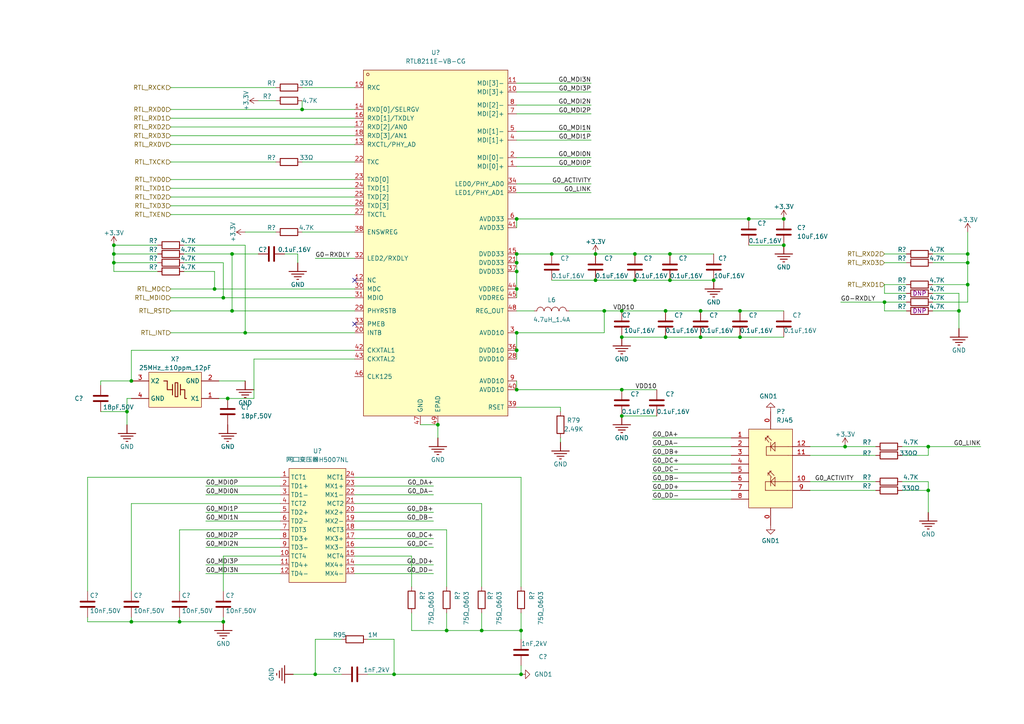
<source format=kicad_sch>
(kicad_sch (version 20230121) (generator eeschema)
  (paper "A4")
  (title_block (title "HPM5E00EVK") (date "2024-04-06") (rev "RevB") (comment 1 "ETH_RGMII"))
  (junction (at 149.86 63.5))
  (junction (at 175.26 90.17))
  (junction (at 207.01 81.28))
  (junction (at 184.15 81.28))
  (junction (at 38.1 110.49))
  (junction (at 149.86 78.74))
  (junction (at 203.2 90.17))
  (junction (at 127 123.19))
  (junction (at 193.04 97.79))
  (junction (at 172.72 73.66))
  (junction (at 149.86 73.66))
  (junction (at 149.86 96.52))
  (junction (at 151.13 182.88))
  (junction (at 269.24 142.24))
  (junction (at 87.63 31.75))
  (junction (at 62.23 83.82))
  (junction (at 227.33 71.12))
  (junction (at 180.34 90.17))
  (junction (at 67.31 90.17))
  (junction (at 160.02 73.66))
  (junction (at 91.44 195.58))
  (junction (at 172.72 81.28))
  (junction (at 151.13 195.58))
  (junction (at 203.2 97.79))
  (junction (at 193.04 90.17))
  (junction (at 184.15 73.66))
  (junction (at 38.1 180.34))
  (junction (at 214.63 97.79))
  (junction (at 269.24 129.54))
  (junction (at 149.86 83.82))
  (junction (at 67.31 73.66))
  (junction (at 129.54 182.88))
  (junction (at 114.3 195.58))
  (junction (at 217.17 63.5))
  (junction (at 71.12 96.52))
  (junction (at 227.33 63.5))
  (junction (at 33.02 76.2))
  (junction (at 214.63 90.17))
  (junction (at 180.34 113.03))
  (junction (at 194.31 81.28))
  (junction (at 278.13 90.17))
  (junction (at 256.54 87.63))
  (junction (at 280.67 82.55))
  (junction (at 149.86 76.2))
  (junction (at 64.77 180.34))
  (junction (at 149.86 101.6))
  (junction (at 245.11 129.54))
  (junction (at 139.7 182.88))
  (junction (at 52.07 180.34))
  (junction (at 149.86 113.03))
  (junction (at 180.34 97.79))
  (junction (at 66.04 115.57))
  (junction (at 64.77 86.36))
  (junction (at 33.02 73.66))
  (junction (at 280.67 73.66))
  (junction (at 33.02 71.12))
  (junction (at 36.83 119.38))
  (junction (at 180.34 120.65))
  (junction (at 194.31 73.66))
  (junction (at 280.67 76.2))
  (no_connect (at 102.87 93.98))
  (no_connect (at 102.87 81.28))
  (wire (pts (xy 149.86 63.5) (xy 217.17 63.5)))
  (wire (pts (xy 180.34 113.03) (xy 190.5 113.03)))
  (wire (pts (xy 91.44 185.42) (xy 91.44 195.58)))
  (wire (pts (xy 52.07 180.34) (xy 64.77 180.34)))
  (wire (pts (xy 245.11 129.54) (xy 254 129.54)))
  (wire (pts (xy 149.86 78.74) (xy 149.86 83.82)))
  (wire (pts (xy 189.23 137.16) (xy 212.09 137.16)))
  (wire (pts (xy 81.28 161.29) (xy 64.77 161.29)))
  (wire (pts (xy 189.23 144.78) (xy 212.09 144.78)))
  (wire (pts (xy 82.55 73.66) (xy 86.36 73.66)))
  (wire (pts (xy 280.67 82.55) (xy 280.67 87.63)))
  (wire (pts (xy 125.73 143.51) (xy 102.87 143.51)))
  (wire (pts (xy 36.83 119.38) (xy 36.83 123.19)))
  (wire (pts (xy 189.23 129.54) (xy 212.09 129.54)))
  (wire (pts (xy 38.1 115.57) (xy 36.83 115.57)))
  (wire (pts (xy 256.54 87.63) (xy 256.54 90.17)))
  (wire (pts (xy 63.5 110.49) (xy 71.12 110.49)))
  (wire (pts (xy 129.54 177.8) (xy 129.54 182.88)))
  (wire (pts (xy 149.86 48.26) (xy 171.45 48.26)))
  (wire (pts (xy 53.34 73.66) (xy 67.31 73.66)))
  (wire (pts (xy 139.7 177.8) (xy 139.7 182.88)))
  (wire (pts (xy 149.86 90.17) (xy 154.94 90.17)))
  (wire (pts (xy 86.36 73.66) (xy 86.36 76.2)))
  (wire (pts (xy 52.07 179.07) (xy 52.07 180.34)))
  (wire (pts (xy 256.54 82.55) (xy 262.89 82.55)))
  (wire (pts (xy 125.73 156.21) (xy 102.87 156.21)))
  (wire (pts (xy 64.77 86.36) (xy 102.87 86.36)))
  (wire (pts (xy 102.87 138.43) (xy 151.13 138.43)))
  (wire (pts (xy 149.86 101.6) (xy 149.86 104.14)))
  (wire (pts (xy 114.3 185.42) (xy 114.3 195.58)))
  (wire (pts (xy 81.28 158.75) (xy 59.69 158.75)))
  (wire (pts (xy 184.15 73.66) (xy 194.31 73.66)))
  (wire (pts (xy 64.77 161.29) (xy 64.77 171.45)))
  (wire (pts (xy 189.23 134.62) (xy 212.09 134.62)))
  (wire (pts (xy 129.54 182.88) (xy 139.7 182.88)))
  (wire (pts (xy 25.4 180.34) (xy 38.1 180.34)))
  (wire (pts (xy 149.86 113.03) (xy 180.34 113.03)))
  (wire (pts (xy 81.28 138.43) (xy 25.4 138.43)))
  (wire (pts (xy 25.4 138.43) (xy 25.4 171.45)))
  (wire (pts (xy 102.87 153.67) (xy 129.54 153.67)))
  (wire (pts (xy 149.86 38.1) (xy 171.45 38.1)))
  (wire (pts (xy 49.53 39.37) (xy 102.87 39.37)))
  (wire (pts (xy 81.28 148.59) (xy 59.69 148.59)))
  (wire (pts (xy 87.63 46.99) (xy 102.87 46.99)))
  (wire (pts (xy 53.34 76.2) (xy 64.77 76.2)))
  (wire (pts (xy 87.63 25.4) (xy 102.87 25.4)))
  (wire (pts (xy 151.13 177.8) (xy 151.13 182.88)))
  (wire (pts (xy 165.1 90.17) (xy 175.26 90.17)))
  (wire (pts (xy 33.02 71.12) (xy 45.72 71.12)))
  (wire (pts (xy 256.54 85.09) (xy 262.89 85.09)))
  (wire (pts (xy 49.53 83.82) (xy 62.23 83.82)))
  (wire (pts (xy 269.24 142.24) (xy 269.24 148.59)))
  (wire (pts (xy 81.28 143.51) (xy 59.69 143.51)))
  (wire (pts (xy 151.13 138.43) (xy 151.13 170.18)))
  (wire (pts (xy 189.23 142.24) (xy 212.09 142.24)))
  (wire (pts (xy 256.54 76.2) (xy 262.89 76.2)))
  (wire (pts (xy 217.17 71.12) (xy 227.33 71.12)))
  (wire (pts (xy 175.26 90.17) (xy 180.34 90.17)))
  (wire (pts (xy 160.02 73.66) (xy 172.72 73.66)))
  (wire (pts (xy 80.01 46.99) (xy 49.53 46.99)))
  (wire (pts (xy 149.86 118.11) (xy 162.56 118.11)))
  (wire (pts (xy 49.53 54.61) (xy 102.87 54.61)))
  (wire (pts (xy 149.86 26.67) (xy 171.45 26.67)))
  (wire (pts (xy 149.86 30.48) (xy 171.45 30.48)))
  (wire (pts (xy 25.4 179.07) (xy 25.4 180.34)))
  (wire (pts (xy 149.86 40.64) (xy 171.45 40.64)))
  (wire (pts (xy 102.87 161.29) (xy 119.38 161.29)))
  (wire (pts (xy 29.21 119.38) (xy 36.83 119.38)))
  (wire (pts (xy 203.2 97.79) (xy 214.63 97.79)))
  (wire (pts (xy 52.07 153.67) (xy 52.07 171.45)))
  (wire (pts (xy 149.86 73.66) (xy 160.02 73.66)))
  (wire (pts (xy 269.24 129.54) (xy 284.48 129.54)))
  (wire (pts (xy 261.62 142.24) (xy 269.24 142.24)))
  (wire (pts (xy 74.93 29.21) (xy 80.01 29.21)))
  (wire (pts (xy 194.31 81.28) (xy 207.01 81.28)))
  (wire (pts (xy 38.1 179.07) (xy 38.1 180.34)))
  (wire (pts (xy 114.3 195.58) (xy 151.13 195.58)))
  (wire (pts (xy 139.7 146.05) (xy 139.7 170.18)))
  (wire (pts (xy 125.73 151.13) (xy 102.87 151.13)))
  (wire (pts (xy 217.17 63.5) (xy 227.33 63.5)))
  (wire (pts (xy 81.28 140.97) (xy 59.69 140.97)))
  (wire (pts (xy 66.04 115.57) (xy 73.66 115.57)))
  (wire (pts (xy 189.23 139.7) (xy 212.09 139.7)))
  (wire (pts (xy 87.63 29.21) (xy 87.63 31.75)))
  (wire (pts (xy 280.67 67.31) (xy 280.67 73.66)))
  (wire (pts (xy 194.31 73.66) (xy 207.01 73.66)))
  (wire (pts (xy 180.34 90.17) (xy 193.04 90.17)))
  (wire (pts (xy 49.53 90.17) (xy 67.31 90.17)))
  (wire (pts (xy 81.28 146.05) (xy 38.1 146.05)))
  (wire (pts (xy 125.73 158.75) (xy 102.87 158.75)))
  (wire (pts (xy 81.28 153.67) (xy 52.07 153.67)))
  (wire (pts (xy 106.68 185.42) (xy 114.3 185.42)))
  (wire (pts (xy 29.21 111.76) (xy 29.21 110.49)))
  (wire (pts (xy 73.66 104.14) (xy 102.87 104.14)))
  (wire (pts (xy 87.63 67.31) (xy 102.87 67.31)))
  (wire (pts (xy 234.95 132.08) (xy 254 132.08)))
  (wire (pts (xy 261.62 132.08) (xy 269.24 132.08)))
  (wire (pts (xy 256.54 90.17) (xy 262.89 90.17)))
  (wire (pts (xy 33.02 71.12) (xy 33.02 73.66)))
  (wire (pts (xy 49.53 96.52) (xy 71.12 96.52)))
  (wire (pts (xy 180.34 97.79) (xy 193.04 97.79)))
  (wire (pts (xy 189.23 127) (xy 212.09 127)))
  (wire (pts (xy 38.1 101.6) (xy 38.1 110.49)))
  (wire (pts (xy 269.24 129.54) (xy 269.24 132.08)))
  (wire (pts (xy 81.28 166.37) (xy 59.69 166.37)))
  (wire (pts (xy 71.12 71.12) (xy 71.12 96.52)))
  (wire (pts (xy 119.38 182.88) (xy 129.54 182.88)))
  (wire (pts (xy 162.56 128.27) (xy 162.56 127)))
  (wire (pts (xy 33.02 73.66) (xy 45.72 73.66)))
  (wire (pts (xy 256.54 82.55) (xy 256.54 85.09)))
  (wire (pts (xy 49.53 36.83) (xy 102.87 36.83)))
  (wire (pts (xy 49.53 52.07) (xy 102.87 52.07)))
  (wire (pts (xy 270.51 90.17) (xy 278.13 90.17)))
  (wire (pts (xy 149.86 45.72) (xy 171.45 45.72)))
  (wire (pts (xy 193.04 90.17) (xy 203.2 90.17)))
  (wire (pts (xy 243.84 87.63) (xy 256.54 87.63)))
  (wire (pts (xy 33.02 76.2) (xy 45.72 76.2)))
  (wire (pts (xy 278.13 90.17) (xy 278.13 95.25)))
  (wire (pts (xy 270.51 73.66) (xy 280.67 73.66)))
  (wire (pts (xy 175.26 90.17) (xy 175.26 96.52)))
  (wire (pts (xy 189.23 132.08) (xy 212.09 132.08)))
  (wire (pts (xy 125.73 148.59) (xy 102.87 148.59)))
  (wire (pts (xy 67.31 73.66) (xy 67.31 90.17)))
  (wire (pts (xy 149.86 83.82) (xy 149.86 86.36)))
  (wire (pts (xy 256.54 87.63) (xy 262.89 87.63)))
  (wire (pts (xy 175.26 96.52) (xy 149.86 96.52)))
  (wire (pts (xy 172.72 81.28) (xy 184.15 81.28)))
  (wire (pts (xy 63.5 115.57) (xy 66.04 115.57)))
  (wire (pts (xy 125.73 163.83) (xy 102.87 163.83)))
  (wire (pts (xy 87.63 31.75) (xy 102.87 31.75)))
  (wire (pts (xy 129.54 153.67) (xy 129.54 170.18)))
  (wire (pts (xy 172.72 73.66) (xy 184.15 73.66)))
  (wire (pts (xy 62.23 78.74) (xy 53.34 78.74)))
  (wire (pts (xy 49.53 34.29) (xy 102.87 34.29)))
  (wire (pts (xy 121.92 123.19) (xy 127 123.19)))
  (wire (pts (xy 33.02 76.2) (xy 33.02 78.74)))
  (wire (pts (xy 106.68 195.58) (xy 114.3 195.58)))
  (wire (pts (xy 119.38 161.29) (xy 119.38 170.18)))
  (wire (pts (xy 125.73 166.37) (xy 102.87 166.37)))
  (wire (pts (xy 184.15 81.28) (xy 194.31 81.28)))
  (wire (pts (xy 234.95 142.24) (xy 254 142.24)))
  (wire (pts (xy 214.63 90.17) (xy 227.33 90.17)))
  (wire (pts (xy 81.28 163.83) (xy 59.69 163.83)))
  (wire (pts (xy 91.44 195.58) (xy 99.06 195.58)))
  (wire (pts (xy 49.53 41.91) (xy 102.87 41.91)))
  (wire (pts (xy 125.73 140.97) (xy 102.87 140.97)))
  (wire (pts (xy 33.02 73.66) (xy 33.02 76.2)))
  (wire (pts (xy 91.44 74.93) (xy 102.87 74.93)))
  (wire (pts (xy 119.38 177.8) (xy 119.38 182.88)))
  (wire (pts (xy 280.67 76.2) (xy 280.67 82.55)))
  (wire (pts (xy 81.28 156.21) (xy 59.69 156.21)))
  (wire (pts (xy 49.53 25.4) (xy 80.01 25.4)))
  (wire (pts (xy 193.04 97.79) (xy 203.2 97.79)))
  (wire (pts (xy 203.2 90.17) (xy 214.63 90.17)))
  (wire (pts (xy 234.95 129.54) (xy 245.11 129.54)))
  (wire (pts (xy 234.95 139.7) (xy 254 139.7)))
  (wire (pts (xy 270.51 76.2) (xy 280.67 76.2)))
  (wire (pts (xy 33.02 78.74) (xy 45.72 78.74)))
  (wire (pts (xy 270.51 87.63) (xy 280.67 87.63)))
  (wire (pts (xy 180.34 120.65) (xy 190.5 120.65)))
  (wire (pts (xy 71.12 96.52) (xy 102.87 96.52)))
  (wire (pts (xy 49.53 86.36) (xy 64.77 86.36)))
  (wire (pts (xy 53.34 71.12) (xy 71.12 71.12)))
  (wire (pts (xy 149.86 24.13) (xy 171.45 24.13)))
  (wire (pts (xy 38.1 101.6) (xy 102.87 101.6)))
  (wire (pts (xy 149.86 53.34) (xy 171.45 53.34)))
  (wire (pts (xy 85.09 195.58) (xy 91.44 195.58)))
  (wire (pts (xy 49.53 57.15) (xy 102.87 57.15)))
  (wire (pts (xy 62.23 78.74) (xy 62.23 83.82)))
  (wire (pts (xy 67.31 73.66) (xy 74.93 73.66)))
  (wire (pts (xy 38.1 146.05) (xy 38.1 171.45)))
  (wire (pts (xy 270.51 82.55) (xy 280.67 82.55)))
  (wire (pts (xy 256.54 73.66) (xy 262.89 73.66)))
  (wire (pts (xy 49.53 59.69) (xy 102.87 59.69)))
  (wire (pts (xy 149.86 33.02) (xy 171.45 33.02)))
  (wire (pts (xy 81.28 151.13) (xy 59.69 151.13)))
  (wire (pts (xy 151.13 185.42) (xy 151.13 182.88)))
  (wire (pts (xy 278.13 85.09) (xy 278.13 90.17)))
  (wire (pts (xy 269.24 139.7) (xy 269.24 142.24)))
  (wire (pts (xy 149.86 96.52) (xy 149.86 101.6)))
  (wire (pts (xy 162.56 118.11) (xy 162.56 119.38)))
  (wire (pts (xy 149.86 110.49) (xy 149.86 113.03)))
  (wire (pts (xy 261.62 129.54) (xy 269.24 129.54)))
  (wire (pts (xy 64.77 179.07) (xy 64.77 180.34)))
  (wire (pts (xy 62.23 83.82) (xy 102.87 83.82)))
  (wire (pts (xy 149.86 73.66) (xy 149.86 76.2)))
  (wire (pts (xy 71.12 67.31) (xy 80.01 67.31)))
  (wire (pts (xy 214.63 97.79) (xy 227.33 97.79)))
  (wire (pts (xy 38.1 180.34) (xy 52.07 180.34)))
  (wire (pts (xy 149.86 55.88) (xy 171.45 55.88)))
  (wire (pts (xy 151.13 193.04) (xy 151.13 195.58)))
  (wire (pts (xy 49.53 62.23) (xy 102.87 62.23)))
  (wire (pts (xy 49.53 31.75) (xy 87.63 31.75)))
  (wire (pts (xy 29.21 110.49) (xy 38.1 110.49)))
  (wire (pts (xy 270.51 85.09) (xy 278.13 85.09)))
  (wire (pts (xy 261.62 139.7) (xy 269.24 139.7)))
  (wire (pts (xy 64.77 76.2) (xy 64.77 86.36)))
  (wire (pts (xy 127 127) (xy 127 123.19)))
  (wire (pts (xy 160.02 81.28) (xy 172.72 81.28)))
  (wire (pts (xy 149.86 76.2) (xy 149.86 78.74)))
  (wire (pts (xy 99.06 185.42) (xy 91.44 185.42)))
  (wire (pts (xy 36.83 115.57) (xy 36.83 119.38)))
  (wire (pts (xy 67.31 90.17) (xy 102.87 90.17)))
  (wire (pts (xy 280.67 73.66) (xy 280.67 76.2)))
  (wire (pts (xy 73.66 115.57) (xy 73.66 104.14)))
  (wire (pts (xy 139.7 182.88) (xy 151.13 182.88)))
  (wire (pts (xy 149.86 63.5) (xy 149.86 66.04)))
  (wire (pts (xy 102.87 146.05) (xy 139.7 146.05)))
  (label "G0_DC-" (at 125.73 158.75 180))
  (label "G0_MDI1P" (at 171.45 40.64 180))
  (label "G0_MDI2N" (at 59.69 158.75 0))
  (label "G0_MDI0P" (at 171.45 48.26 180))
  (label "G0_MDI1P" (at 59.69 148.59 0))
  (label "G0_ACTIVITY" (at 247.65 139.7 180))
  (label "G0_MDI1N" (at 59.69 151.13 0))
  (label "G0_DB-" (at 125.73 151.13 180))
  (label "G0_MDI2N" (at 171.45 30.48 180))
  (label "G0_MDI2P" (at 171.45 33.02 180))
  (label "G0_DB+" (at 189.23 132.08 0))
  (label "G0_MDI3N" (at 171.45 24.13 180))
  (label "G0_MDI0N" (at 171.45 45.72 180))
  (label "G0-RXDLY" (at 243.84 87.63 0))
  (label "G0_DC+" (at 189.23 134.62 0))
  (label "G0_DC+" (at 125.73 156.21 180))
  (label "G0_DD+" (at 189.23 142.24 0))
  (label "G0_DA-" (at 125.73 143.51 180))
  (label "G0_MDI3P" (at 59.69 163.83 0))
  (label "G0_DB+" (at 125.73 148.59 180))
  (label "G0_LINK" (at 284.48 129.54 180))
  (label "G0_MDI1N" (at 171.45 38.1 180))
  (label "G0_MDI0N" (at 59.69 143.51 0))
  (label "G0_ACTIVITY" (at 171.45 53.34 180))
  (label "VDD10" (at 177.8 90.17 0))
  (label "G0_MDI2P" (at 59.69 156.21 0))
  (label "G0_DD-" (at 189.23 144.78 0))
  (label "G0_DA-" (at 189.23 129.54 0))
  (label "G0_DB-" (at 189.23 139.7 0))
  (label "G0_MDI3P" (at 171.45 26.67 180))
  (label "VDD10" (at 190.5 113.03 180))
  (label "G0_DD-" (at 125.73 166.37 180))
  (label "G0_DA+" (at 125.73 140.97 180))
  (label "G0_DA+" (at 189.23 127 0))
  (label "G0-RXDLY" (at 91.44 74.93 0))
  (label "G0_DC-" (at 189.23 137.16 0))
  (label "G0_DD+" (at 125.73 163.83 180))
  (label "G0_MDI3N" (at 59.69 166.37 0))
  (label "G0_MDI0P" (at 59.69 140.97 0))
  (label "G0_LINK" (at 171.45 55.88 180))
  (hierarchical_label "RTL_RXD2" (shape input) (at 256.54 73.66 180))
  (hierarchical_label "RTL_TXEN" (shape input) (at 49.53 62.23 180))
  (hierarchical_label "RTL_RXD1" (shape input) (at 256.54 82.55 180))
  (hierarchical_label "RTL_RST" (shape input) (at 49.53 90.17 180))
  (hierarchical_label "RTL_RXDV" (shape input) (at 49.53 41.91 180))
  (hierarchical_label "RTL_MDIO" (shape input) (at 49.53 86.36 180))
  (hierarchical_label "RTL_RXD3" (shape input) (at 49.53 39.37 180))
  (hierarchical_label "RTL_TXD0" (shape input) (at 49.53 52.07 180))
  (hierarchical_label "RTL_RXCK" (shape input) (at 49.53 25.4 180))
  (hierarchical_label "RTL_RXD3" (shape input) (at 256.54 76.2 180))
  (hierarchical_label "RTL_TXD3" (shape input) (at 49.53 59.69 180))
  (hierarchical_label "RTL_TXCK" (shape input) (at 49.53 46.99 180))
  (hierarchical_label "RTL_TXD2" (shape input) (at 49.53 57.15 180))
  (hierarchical_label "RTL_TXD1" (shape input) (at 49.53 54.61 180))
  (hierarchical_label "RTL_RXD1" (shape input) (at 49.53 34.29 180))
  (hierarchical_label "RTL_RXD0" (shape input) (at 49.53 31.75 180))
  (hierarchical_label "RTL_MDC" (shape input) (at 49.53 83.82 180))
  (hierarchical_label "RTL_INT" (shape input) (at 49.53 96.52 180))
  (hierarchical_label "RTL_RXD2" (shape input) (at 49.53 36.83 180))
  (symbol (lib_id "02_HPM_Resistor:4.7K_0402") (at 83.82 29.21 180) (unit 1)
    (property "Reference" "R?" (at 76.2 27.94 0) (effects (justify right)))
    (property "Value" "4.7K" (at 87.63 29.21 0) (effects (justify right)))
    (property "Footprint" "02_HPM_Resistor:R_0402_1005Metric" (effects hide))
    (property "Model" " 0402WGF4701TCE" (effects hide))
    (property "Company" "UNI-ROYAL(厚声)" (effects hide))
    (instances (project "HPM5E00EVKRevC" (path "" (reference "R?") (unit 1)) (path "" (reference "R?") (unit 1)) (path "" (reference "R?") (unit 1)) (path "" (reference "R141") (unit 1))) (project "HPM6880_EVK_RevA" (path "" (reference "R?") (unit 1))))
  )
  (symbol (lib_id "03_HPM_Capacitance:0.1uF,16V_0402") (at 78.74 73.66 90) (mirror x) (unit 1)
    (property "Reference" "C?" (at 77.47 72.39 90) (effects (justify left)))
    (property "Value" "0.1uF,16V" (at 90.17 72.39 90) (effects (justify left)))
    (property "Footprint" "03_HPM_Capacitance:C_0402_1005Metric" (effects hide))
    (property "Model" "CL05B104KO5NNNC" (effects hide))
    (property "Company" "SAMSUNG(三星)" (effects hide))
    (instances (project "HPM6750EVK2 RevC.0822" (path "" (reference "C?") (unit 1))) (project "HPM5E00EVKRevC" (path "" (reference "C?") (unit 1)) (path "" (reference "C?") (unit 1)) (path "" (reference "C?") (unit 1)) (path "" (reference "C131") (unit 1))) (project "HPM6880_EVK_RevA" (path "" (reference "C?") (unit 1))))
  )
  (symbol (lib_id "14_HPM_Internet:RJ45-B-1*1") (at 223.52 135.89 0) (unit 1)
    (property "Reference" "P?" (at 225.1711 119.38 0) (effects (justify left)))
    (property "Value" "RJ45" (at 225.1711 121.92 0) (effects (justify left)))
    (property "Footprint" "11_HPM_Internet:RJ45-TH_B-1-1" (effects hide))
    (property "Model" "RJ45-B-1*1" (effects hide))
    (property "Company" "BOOMELE(博穆精密)" (effects hide))
    (instances (project "HPM5E00EVKRevC" (path "" (reference "P?") (unit 1)) (path "" (reference "P?") (unit 1)) (path "" (reference "P?") (unit 1)) (path "" (reference "P3") (unit 1))))
  )
  (symbol (lib_id "00_HPM_power:GND") (at 71.12 110.49 0) (mirror y) (unit 1)
    (property "Reference" "#PWR?" (effects hide))
    (property "Value" "GND" (at 71.12 116.84 0))
    (instances (project "HPM6750EVK2 RevC.0822" (path "" (reference "#PWR?") (unit 1))) (project "HPM5E00EVKRevC" (path "" (reference "#PWR?") (unit 1)) (path "" (reference "#PWR?") (unit 1)) (path "" (reference "#PWR?") (unit 1)) (path "" (reference "#PWR0195") (unit 1))) (project "HPM6880_EVK_RevA" (path "" (reference "#PWR?") (unit 1))))
  )
  (symbol (lib_id "03_HPM_Capacitance:0.1uF,16V_0402") (at 194.31 77.47 0) (mirror y) (unit 1)
    (property "Reference" "C?" (at 199.39 74.93 0) (effects (justify left)))
    (property "Value" "0.1uF,16V" (at 203.835 80.01 0) (effects (justify left)))
    (property "Footprint" "03_HPM_Capacitance:C_0402_1005Metric" (effects hide))
    (property "Model" "CL05B104KO5NNNC" (effects hide))
    (property "Company" "SAMSUNG(三星)" (effects hide))
    (instances (project "HPM6750EVK2 RevC.0822" (path "" (reference "C?") (unit 1))) (project "HPM5E00EVKRevC" (path "" (reference "C?") (unit 1)) (path "" (reference "C?") (unit 1)) (path "" (reference "C?") (unit 1)) (path "" (reference "C135") (unit 1))) (project "HPM6880_EVK_RevA" (path "" (reference "C?") (unit 1))))
  )
  (symbol (lib_id "14_HPM_Internet:H5007NL") (at 83.82 135.89 0) (unit 1)
    (property "Reference" "U?" (at 92.075 130.81 0))
    (property "Value" "网口变压器H5007NL" (at 92.075 133.35 0))
    (property "Footprint" "11_HPM_Internet:PULSE_H5007NL" (effects hide))
    (property "Model" "H5007NL" (effects hide))
    (property "Company" "PULSE" (effects hide))
    (instances (project "HPM5E00EVKRevC" (path "" (reference "U?") (unit 1)) (path "" (reference "U?") (unit 1)) (path "" (reference "U?") (unit 1)) (path "" (reference "U16") (unit 1))))
  )
  (symbol (lib_id "03_HPM_Capacitance:10nF,50V_0402") (at 52.07 175.26 0) (unit 1)
    (property "Reference" "C?" (at 52.705 172.72 0) (effects (justify left)))
    (property "Value" "10nF,50V" (at 52.705 177.165 0) (effects (justify left)))
    (property "Footprint" "03_HPM_Capacitance:C_0402_1005Metric" (effects hide))
    (property "Model" " CL05B103KB5NNNC" (effects hide))
    (property "Company" "SAMSUNG(三星)" (effects hide))
    (instances (project "HPM5E00EVKRevC" (path "" (reference "C?") (unit 1)) (path "" (reference "C?") (unit 1)) (path "" (reference "C?") (unit 1)) (path "" (reference "C147") (unit 1))))
  )
  (symbol (lib_id "02_HPM_Resistor:4.7K_0402") (at 266.7 87.63 180) (unit 1)
    (property "Reference" "R?" (at 261.62 86.36 0))
    (property "Value" "4.7K" (at 271.78 86.36 0))
    (property "Footprint" "02_HPM_Resistor:R_0402_1005Metric" (effects hide))
    (property "Model" " 0402WGF4701TCE" (effects hide))
    (property "Company" "UNI-ROYAL(厚声)" (effects hide))
    (instances (project "HPM5E00EVKRevC" (path "" (reference "R?") (unit 1)) (path "" (reference "R?") (unit 1)) (path "" (reference "R?") (unit 1)) (path "" (reference "R151") (unit 1))) (project "HPM6880_EVK_RevA" (path "" (reference "R?") (unit 1))))
  )
  (symbol (lib_id "00_HPM_power:GND") (at 227.33 71.12 0) (mirror y) (unit 1)
    (property "Reference" "#PWR?" (effects hide))
    (property "Value" "GND" (at 227.33 77.47 0))
    (instances (project "HPM6750EVK2 RevC.0822" (path "" (reference "#PWR?") (unit 1))) (project "HPM5E00EVKRevC" (path "" (reference "#PWR?") (unit 1)) (path "" (reference "#PWR?") (unit 1)) (path "" (reference "#PWR?") (unit 1)) (path "" (reference "#PWR0189") (unit 1))) (project "HPM6880_EVK_RevA" (path "" (reference "#PWR?") (unit 1))))
  )
  (symbol (lib_id "02_HPM_Resistor:4.7K_0402") (at 257.81 139.7 180) (unit 1)
    (property "Reference" "R?" (at 251.46 138.43 0))
    (property "Value" "4.7K" (at 264.16 138.43 0))
    (property "Footprint" "02_HPM_Resistor:R_0402_1005Metric" (effects hide))
    (property "Model" " 0402WGF4701TCE" (effects hide))
    (property "Company" "UNI-ROYAL(厚声)" (effects hide))
    (instances (project "HPM5E00EVKRevC" (path "" (reference "R?") (unit 1)) (path "" (reference "R?") (unit 1)) (path "" (reference "R?") (unit 1)) (path "" (reference "R156") (unit 1))) (project "HPM6880_EVK_RevA" (path "" (reference "R?") (unit 1))))
  )
  (symbol (lib_id "02_HPM_Resistor:75Ω_0603") (at 151.13 173.99 90) (unit 1)
    (property "Reference" "R?" (at 154.305 171.45 0) (effects (justify right)))
    (property "Value" "75Ω_0603" (at 156.845 171.45 0) (effects (justify right)))
    (property "Footprint" "02_HPM_Resistor:R_0603_1608Metric" (effects hide))
    (property "Model" "0603WAF750JT5E" (effects hide))
    (property "Company" "UNI-ROYAL(厚声)" (effects hide))
    (instances (project "HPM5E00EVKRevC" (path "" (reference "R?") (unit 1)) (path "" (reference "R?") (unit 1)) (path "" (reference "R?") (unit 1)) (path "" (reference "R161") (unit 1))))
  )
  (symbol (lib_id "02_HPM_Resistor:4.7K_0402") (at 49.53 76.2 180) (unit 1)
    (property "Reference" "R?" (at 44.45 74.93 0))
    (property "Value" "4.7K" (at 54.61 74.93 0))
    (property "Footprint" "02_HPM_Resistor:R_0402_1005Metric" (effects hide))
    (property "Model" " 0402WGF4701TCE" (effects hide))
    (property "Company" "UNI-ROYAL(厚声)" (effects hide))
    (instances (project "HPM5E00EVKRevC" (path "" (reference "R?") (unit 1)) (path "" (reference "R?") (unit 1)) (path "" (reference "R?") (unit 1)) (path "" (reference "R146") (unit 1))) (project "HPM6880_EVK_RevA" (path "" (reference "R?") (unit 1))))
  )
  (symbol (lib_name "2.49K_0402_1") (lib_id "02_HPM_Resistor:2.49K_0402") (at 162.56 123.19 90) (unit 1)
    (property "Reference" "R79" (at 166.37 121.92 90))
    (property "Value" "2.49K" (at 166.37 124.46 90))
    (property "Footprint" "02_HPM_Resistor:R_0402_1005Metric" (effects hide))
    (property "Model" "RC-02W2491FT" (effects hide))
    (property "Company" " FH(风华) " (effects hide))
    (instances (project "HPM5E00EVKRevC" (path "" (reference "R79") (unit 1)) (path "" (reference "R153") (unit 1))))
  )
  (symbol (lib_id "03_HPM_Capacitance:0.1uF,16V_0402") (at 180.34 116.84 0) (mirror y) (unit 1)
    (property "Reference" "C?" (at 185.42 114.3 0) (effects (justify left)))
    (property "Value" "0.1uF,16V" (at 189.865 119.38 0) (effects (justify left)))
    (property "Footprint" "03_HPM_Capacitance:C_0402_1005Metric" (effects hide))
    (property "Model" "CL05B104KO5NNNC" (effects hide))
    (property "Company" "SAMSUNG(三星)" (effects hide))
    (instances (project "HPM6750EVK2 RevC.0822" (path "" (reference "C?") (unit 1))) (project "HPM5E00EVKRevC" (path "" (reference "C?") (unit 1)) (path "" (reference "C?") (unit 1)) (path "" (reference "C?") (unit 1)) (path "" (reference "C142") (unit 1))) (project "HPM6880_EVK_RevA" (path "" (reference "C?") (unit 1))))
  )
  (symbol (lib_id "00_HPM_power:GND") (at 85.09 195.58 270) (mirror x) (unit 1)
    (property "Reference" "#PWR?" (effects hide))
    (property "Value" "GND" (at 78.74 195.58 0))
    (instances (project "HPM6750EVK2 RevC.0822" (path "" (reference "#PWR?") (unit 1))) (project "HPM5E00EVKRevC" (path "" (reference "#PWR?") (unit 1)) (path "" (reference "#PWR?") (unit 1)) (path "" (reference "#PWR?") (unit 1)) (path "" (reference "#PWR0206") (unit 1))) (project "HPM6880_EVK_RevA" (path "" (reference "#PWR?") (unit 1))))
  )
  (symbol (lib_id "power:GND1") (at 151.13 195.58 90) (unit 1)
    (property "Reference" "#PWR?" (effects hide))
    (property "Value" "GND1" (at 154.94 195.58 90) (effects (justify right)))
    (instances (project "HPM5E00EVKRevC" (path "" (reference "#PWR?") (unit 1)) (path "" (reference "#PWR?") (unit 1)) (path "" (reference "#PWR?") (unit 1)) (path "" (reference "#PWR0207") (unit 1))) (project "HPM6880_EVK_RevA" (path "" (reference "#PWR?") (unit 1))))
  )
  (symbol (lib_id "00_HPM_power:GND") (at 36.83 123.19 0) (mirror y) (unit 1)
    (property "Reference" "#PWR?" (effects hide))
    (property "Value" "GND" (at 36.83 129.54 0))
    (instances (project "HPM6750EVK2 RevC.0822" (path "" (reference "#PWR?") (unit 1))) (project "HPM5E00EVKRevC" (path "" (reference "#PWR?") (unit 1)) (path "" (reference "#PWR?") (unit 1)) (path "" (reference "#PWR?") (unit 1)) (path "" (reference "#PWR0198") (unit 1))) (project "HPM6880_EVK_RevA" (path "" (reference "#PWR?") (unit 1))))
  )
  (symbol (lib_id "02_HPM_Resistor:4.7K_0402") (at 266.7 82.55 180) (unit 1)
    (property "Reference" "R?" (at 261.62 81.28 0))
    (property "Value" "4.7K" (at 271.78 81.28 0))
    (property "Footprint" "02_HPM_Resistor:R_0402_1005Metric" (effects hide))
    (property "Model" " 0402WGF4701TCE" (effects hide))
    (property "Company" "UNI-ROYAL(厚声)" (effects hide))
    (instances (project "HPM5E00EVKRevC" (path "" (reference "R?") (unit 1)) (path "" (reference "R?") (unit 1)) (path "" (reference "R?") (unit 1)) (path "" (reference "R149") (unit 1))) (project "HPM6880_EVK_RevA" (path "" (reference "R?") (unit 1))))
  )
  (symbol (lib_id "00_HPM_power:+3.3V") (at 74.93 29.21 90) (unit 1)
    (property "Reference" "#PWR?" (effects hide))
    (property "Value" "+3.3V" (at 71.374 29.21 0))
    (instances (project "HPM5E00EVKRevC" (path "" (reference "#PWR?") (unit 1)) (path "" (reference "#PWR?") (unit 1)) (path "" (reference "#PWR?") (unit 1)) (path "" (reference "#PWR0184") (unit 1))) (project "HPM6880_EVK_RevA" (path "" (reference "#PWR?") (unit 1))))
  )
  (symbol (lib_id "02_HPM_Resistor:330Ω_0402") (at 257.81 132.08 0) (unit 1)
    (property "Reference" "R?" (at 251.46 131.445 0))
    (property "Value" "330Ω" (at 263.525 131.445 0))
    (property "Footprint" "02_HPM_Resistor:R_0402_1005Metric" (effects hide))
    (property "Model" "0402WGF3300TCE" (effects hide))
    (property "Company" "UNI-ROYAL(厚声)" (effects hide))
    (instances (project "HPM5E00EVKRevC" (path "" (reference "R?") (unit 1)) (path "" (reference "R?") (unit 1)) (path "" (reference "R?") (unit 1)) (path "" (reference "R155") (unit 1))))
  )
  (symbol (lib_id "02_HPM_Resistor:330Ω_0402") (at 257.81 142.24 0) (unit 1)
    (property "Reference" "R?" (at 251.46 140.97 0))
    (property "Value" "330Ω" (at 264.16 141.605 0))
    (property "Footprint" "02_HPM_Resistor:R_0402_1005Metric" (effects hide))
    (property "Model" "0402WGF3300TCE" (effects hide))
    (property "Company" "UNI-ROYAL(厚声)" (effects hide))
    (instances (project "HPM5E00EVKRevC" (path "" (reference "R?") (unit 1)) (path "" (reference "R?") (unit 1)) (path "" (reference "R?") (unit 1)) (path "" (reference "R157") (unit 1))))
  )
  (symbol (lib_id "14_HPM_Internet:RTL8211E-VB-CG") (at 134.62 49.53 0) (unit 1)
    (property "Reference" "U?" (at 126.365 15.24 0))
    (property "Value" "RTL8211E-VB-CG" (at 126.365 17.78 0))
    (property "Footprint" "06_HPM_LQFP:QFN-48-1EP_6x6mm_P0.4mm_EP4.2x4.2mm" (effects hide))
    (property "Model" "RTL8211E-VB-CG" (effects hide))
    (property "Company" "REALTEK(瑞昱)" (effects hide))
    (instances (project "HPM5E00EVKRevC" (path "" (reference "U?") (unit 1)) (path "" (reference "U?") (unit 1)) (path "" (reference "U?") (unit 1)) (path "" (reference "U15") (unit 1))) (project "HPM6880_EVK_RevA" (path "" (reference "U?") (unit 1))))
  )
  (symbol (lib_id "03_HPM_Capacitance:0.1uF,16V_0402") (at 193.04 93.98 0) (mirror y) (unit 1)
    (property "Reference" "C?" (at 198.12 91.44 0) (effects (justify left)))
    (property "Value" "0.1uF,16V" (at 202.565 95.885 0) (effects (justify left)))
    (property "Footprint" "03_HPM_Capacitance:C_0402_1005Metric" (effects hide))
    (property "Model" "CL05B104KO5NNNC" (effects hide))
    (property "Company" "SAMSUNG(三星)" (effects hide))
    (instances (project "HPM6750EVK2 RevC.0822" (path "" (reference "C?") (unit 1))) (project "HPM5E00EVKRevC" (path "" (reference "C?") (unit 1)) (path "" (reference "C?") (unit 1)) (path "" (reference "C?") (unit 1)) (path "" (reference "C15") (unit 1))) (project "HPM6880_EVK_RevA" (path "" (reference "C?") (unit 1))))
  )
  (symbol (lib_id "02_HPM_Resistor:4.7K_0402") (at 83.82 67.31 180) (unit 1)
    (property "Reference" "R?" (at 78.74 66.04 0))
    (property "Value" "4.7K" (at 88.9 66.04 0))
    (property "Footprint" "02_HPM_Resistor:R_0402_1005Metric" (effects hide))
    (property "Model" " 0402WGF4701TCE" (effects hide))
    (property "Company" "UNI-ROYAL(厚声)" (effects hide))
    (instances (project "HPM5E00EVKRevC" (path "" (reference "R?") (unit 1)) (path "" (reference "R?") (unit 1)) (path "" (reference "R?") (unit 1)) (path "" (reference "R142") (unit 1))) (project "HPM6880_EVK_RevA" (path "" (reference "R?") (unit 1))))
  )
  (symbol (lib_id "03_HPM_Capacitance:0.1uF,16V_0402") (at 172.72 77.47 0) (mirror y) (unit 1)
    (property "Reference" "C?" (at 177.8 74.93 0) (effects (justify left)))
    (property "Value" "0.1uF,16V" (at 182.245 80.01 0) (effects (justify left)))
    (property "Footprint" "03_HPM_Capacitance:C_0402_1005Metric" (effects hide))
    (property "Model" "CL05B104KO5NNNC" (effects hide))
    (property "Company" "SAMSUNG(三星)" (effects hide))
    (instances (project "HPM6750EVK2 RevC.0822" (path "" (reference "C?") (unit 1))) (project "HPM5E00EVKRevC" (path "" (reference "C?") (unit 1)) (path "" (reference "C?") (unit 1)) (path "" (reference "C?") (unit 1)) (path "" (reference "C133") (unit 1))) (project "HPM6880_EVK_RevA" (path "" (reference "C?") (unit 1))))
  )
  (symbol (lib_id "00_HPM_power:+3.3V") (at 245.11 129.54 0) (unit 1)
    (property "Reference" "#PWR?" (effects hide))
    (property "Value" "+3.3V" (at 245.11 125.984 0))
    (instances (project "HPM5E00EVKRevC" (path "" (reference "#PWR?") (unit 1)) (path "" (reference "#PWR?") (unit 1)) (path "" (reference "#PWR?") (unit 1)) (path "" (reference "#PWR0202") (unit 1))) (project "HPM6880_EVK_RevA" (path "" (reference "#PWR?") (unit 1))))
  )
  (symbol (lib_id "00_HPM_power:GND") (at 180.34 120.65 0) (mirror y) (unit 1)
    (property "Reference" "#PWR?" (effects hide))
    (property "Value" "GND" (at 180.34 127 0))
    (instances (project "HPM6750EVK2 RevC.0822" (path "" (reference "#PWR?") (unit 1))) (project "HPM5E00EVKRevC" (path "" (reference "#PWR?") (unit 1)) (path "" (reference "#PWR?") (unit 1)) (path "" (reference "#PWR?") (unit 1)) (path "" (reference "#PWR0197") (unit 1))) (project "HPM6880_EVK_RevA" (path "" (reference "#PWR?") (unit 1))))
  )
  (symbol (lib_id "00_HPM_power:+3.3V") (at 71.12 67.31 90) (unit 1)
    (property "Reference" "#PWR?" (effects hide))
    (property "Value" "+3.3V" (at 67.564 67.31 0))
    (instances (project "HPM5E00EVKRevC" (path "" (reference "#PWR?") (unit 1)) (path "" (reference "#PWR?") (unit 1)) (path "" (reference "#PWR?") (unit 1)) (path "" (reference "#PWR0186") (unit 1))) (project "HPM6880_EVK_RevA" (path "" (reference "#PWR?") (unit 1))))
  )
  (symbol (lib_id "02_HPM_Resistor:33Ω_0402") (at 83.82 25.4 0) (unit 1)
    (property "Reference" "R?" (at 78.74 24.13 0))
    (property "Value" "33Ω" (at 88.9 24.13 0))
    (property "Footprint" "02_HPM_Resistor:R_0402_1005Metric" (effects hide))
    (property "Model" "0402WGF330JTCE" (effects hide))
    (property "Company" "UNI-ROYAL(厚声)" (effects hide))
    (instances (project "HPM5E00EVKRevC" (path "" (reference "R?") (unit 1)) (path "" (reference "R?") (unit 1)) (path "" (reference "R?") (unit 1)) (path "" (reference "R140") (unit 1))) (project "HPM6880_EVK_RevA" (path "" (reference "R?") (unit 1))))
  )
  (symbol (lib_id "02_HPM_Resistor:4.7K_0402") (at 49.53 78.74 180) (unit 1)
    (property "Reference" "R?" (at 44.45 77.47 0))
    (property "Value" "4.7K" (at 54.61 77.47 0))
    (property "Footprint" "02_HPM_Resistor:R_0402_1005Metric" (effects hide))
    (property "Model" " 0402WGF4701TCE" (effects hide))
    (property "Company" "UNI-ROYAL(厚声)" (effects hide))
    (instances (project "HPM5E00EVKRevC" (path "" (reference "R?") (unit 1)) (path "" (reference "R?") (unit 1)) (path "" (reference "R?") (unit 1)) (path "" (reference "R148") (unit 1))) (project "HPM6880_EVK_RevA" (path "" (reference "R?") (unit 1))))
  )
  (symbol (lib_id "03_HPM_Capacitance:10uF,16V_0603") (at 180.34 93.98 0) (unit 1)
    (property "Reference" "C?" (at 180.34 91.44 0) (effects (justify left)))
    (property "Value" "10uF,16V" (at 180.975 95.885 0) (effects (justify left)))
    (property "Footprint" "03_HPM_Capacitance:C_0603_1608Metric" (effects hide))
    (property "Model" "CL10A106KO8NQNC" (effects hide))
    (property "Company" " SAMSUNG(三星)" (effects hide))
    (instances (project "HPM5E00EVKRevC" (path "" (reference "C?") (unit 1)) (path "" (reference "C?") (unit 1)) (path "" (reference "C?") (unit 1)) (path "" (reference "C137") (unit 1))))
  )
  (symbol (lib_id "00_HPM_power:GND") (at 86.36 76.2 0) (mirror y) (unit 1)
    (property "Reference" "#PWR?" (effects hide))
    (property "Value" "GND" (at 86.36 82.55 0))
    (instances (project "HPM6750EVK2 RevC.0822" (path "" (reference "#PWR?") (unit 1))) (project "HPM5E00EVKRevC" (path "" (reference "#PWR?") (unit 1)) (path "" (reference "#PWR?") (unit 1)) (path "" (reference "#PWR?") (unit 1)) (path "" (reference "#PWR0191") (unit 1))) (project "HPM6880_EVK_RevA" (path "" (reference "#PWR?") (unit 1))))
  )
  (symbol (lib_id "03_HPM_Capacitance:0.1uF,16V_0402") (at 203.2 93.98 0) (mirror y) (unit 1)
    (property "Reference" "C?" (at 208.28 91.44 0) (effects (justify left)))
    (property "Value" "0.1uF,16V" (at 212.725 95.885 0) (effects (justify left)))
    (property "Footprint" "03_HPM_Capacitance:C_0402_1005Metric" (effects hide))
    (property "Model" "CL05B104KO5NNNC" (effects hide))
    (property "Company" "SAMSUNG(三星)" (effects hide))
    (instances (project "HPM6750EVK2 RevC.0822" (path "" (reference "C?") (unit 1))) (project "HPM5E00EVKRevC" (path "" (reference "C?") (unit 1)) (path "" (reference "C?") (unit 1)) (path "" (reference "C?") (unit 1)) (path "" (reference "C139") (unit 1))) (project "HPM6880_EVK_RevA" (path "" (reference "C?") (unit 1))))
  )
  (symbol (lib_id "02_HPM_Resistor:100K") (at 102.87 185.42 180) (unit 1)
    (property "Reference" "R95" (at 96.52 184.15 0) (effects (justify right)))
    (property "Value" "1M" (at 106.68 184.15 0) (effects (justify right)))
    (property "Footprint" "02_HPM_Resistor:R_1206_3216Metric" (effects hide))
    (property "Model" "0402WGF1003TCE" (effects hide))
    (property "Company" "UNI-ROYAL(厚声)" (effects hide))
    (instances (project "HPM5E00EVKRevC" (path "" (reference "R95") (unit 1))) (project "HPM6880_EVK_RevA" (path "" (reference "R19") (unit 1))))
  )
  (symbol (lib_id "02_HPM_Resistor:75Ω_0603") (at 129.54 173.99 90) (unit 1)
    (property "Reference" "R?" (at 132.715 171.45 0) (effects (justify right)))
    (property "Value" "75Ω_0603" (at 135.255 171.45 0) (effects (justify right)))
    (property "Footprint" "02_HPM_Resistor:R_0603_1608Metric" (effects hide))
    (property "Model" "0603WAF750JT5E" (effects hide))
    (property "Company" "UNI-ROYAL(厚声)" (effects hide))
    (instances (project "HPM5E00EVKRevC" (path "" (reference "R?") (unit 1)) (path "" (reference "R?") (unit 1)) (path "" (reference "R?") (unit 1)) (path "" (reference "R159") (unit 1))))
  )
  (symbol (lib_id "03_HPM_Capacitance:1nF,2kV_1206") (at 151.13 189.23 180) (unit 1)
    (property "Reference" "C?" (at 157.48 190.5 0))
    (property "Value" "1nF,2kV" (at 151.13 186.69 0) (effects (justify right)))
    (property "Footprint" "03_HPM_Capacitance:C_1206_3216Metric" (effects hide))
    (property "Model" "1206B102K202NT" (effects hide))
    (property "Company" "FH(风华)" (effects hide))
    (instances (project "HPM5E00EVKRevC" (path "" (reference "C?") (unit 1)) (path "" (reference "C?") (unit 1)) (path "" (reference "C?") (unit 1)) (path "" (reference "C150") (unit 1))))
  )
  (symbol (lib_id "03_HPM_Capacitance:18pF,50V_0402") (at 66.04 119.38 0) (unit 1)
    (property "Reference" "C?" (at 69.85 118.11 0) (effects (justify left)))
    (property "Value" "18pF,50V" (at 69.85 120.65 0) (effects (justify left)))
    (property "Footprint" "03_HPM_Capacitance:C_0402_1005Metric" (effects hide))
    (property "Model" " CC0402JRNPO9BN180" (effects hide))
    (property "Company" " YAGEO(国巨)" (effects hide))
    (instances (project "HPM5E00EVKRevC" (path "" (reference "C?") (unit 1)) (path "" (reference "C?") (unit 1)) (path "" (reference "C?") (unit 1)) (path "" (reference "C144") (unit 1))))
  )
  (symbol (lib_id "00_HPM_power:GND") (at 180.34 97.79 0) (mirror y) (unit 1)
    (property "Reference" "#PWR?" (effects hide))
    (property "Value" "GND" (at 180.34 104.14 0))
    (instances (project "HPM6750EVK2 RevC.0822" (path "" (reference "#PWR?") (unit 1))) (project "HPM5E00EVKRevC" (path "" (reference "#PWR?") (unit 1)) (path "" (reference "#PWR?") (unit 1)) (path "" (reference "#PWR?") (unit 1)) (path "" (reference "#PWR0194") (unit 1))) (project "HPM6880_EVK_RevA" (path "" (reference "#PWR?") (unit 1))))
  )
  (symbol (lib_id "03_HPM_Capacitance:10nF,50V_0402") (at 25.4 175.26 0) (unit 1)
    (property "Reference" "C?" (at 26.035 172.72 0) (effects (justify left)))
    (property "Value" "10nF,50V" (at 26.035 177.165 0) (effects (justify left)))
    (property "Footprint" "03_HPM_Capacitance:C_0402_1005Metric" (effects hide))
    (property "Model" " CL05B103KB5NNNC" (effects hide))
    (property "Company" "SAMSUNG(三星)" (effects hide))
    (instances (project "HPM5E00EVKRevC" (path "" (reference "C?") (unit 1)) (path "" (reference "C?") (unit 1)) (path "" (reference "C?") (unit 1)) (path "" (reference "C145") (unit 1))))
  )
  (symbol (lib_id "07_HPM_Inductance:4.7uH_1.4A") (at 160.02 90.17 0) (unit 1)
    (property "Reference" "L6" (at 160.02 86.995 0))
    (property "Value" "4.7uH_1.4A" (at 160.02 92.71 0))
    (property "Footprint" "07_HPM_Inductance:L1008" (effects hide))
    (property "Model" "DFE252010F-4R7M" (effects hide))
    (property "Company" "muRata(村田)" (effects hide))
    (instances (project "HPM5E00EVKRevC" (path "" (reference "L6") (unit 1)) (path "" (reference "L4") (unit 1))))
  )
  (symbol (lib_id "00_HPM_power:+3.3V") (at 280.67 67.31 0) (unit 1)
    (property "Reference" "#PWR?" (effects hide))
    (property "Value" "+3.3V" (at 280.67 63.754 0))
    (instances (project "HPM5E00EVKRevC" (path "" (reference "#PWR?") (unit 1)) (path "" (reference "#PWR?") (unit 1)) (path "" (reference "#PWR?") (unit 1)) (path "" (reference "#PWR0187") (unit 1))) (project "HPM6880_EVK_RevA" (path "" (reference "#PWR?") (unit 1))))
  )
  (symbol (lib_id "03_HPM_Capacitance:0.1uF,16V_0402") (at 184.15 77.47 0) (mirror y) (unit 1)
    (property "Reference" "C?" (at 189.23 74.93 0) (effects (justify left)))
    (property "Value" "0.1uF,16V" (at 193.675 80.01 0) (effects (justify left)))
    (property "Footprint" "03_HPM_Capacitance:C_0402_1005Metric" (effects hide))
    (property "Model" "CL05B104KO5NNNC" (effects hide))
    (property "Company" "SAMSUNG(三星)" (effects hide))
    (instances (project "HPM6750EVK2 RevC.0822" (path "" (reference "C?") (unit 1))) (project "HPM5E00EVKRevC" (path "" (reference "C?") (unit 1)) (path "" (reference "C?") (unit 1)) (path "" (reference "C?") (unit 1)) (path "" (reference "C134") (unit 1))) (project "HPM6880_EVK_RevA" (path "" (reference "C?") (unit 1))))
  )
  (symbol (lib_id "02_HPM_Resistor:75Ω_0603") (at 139.7 173.99 90) (unit 1)
    (property "Reference" "R?" (at 142.24 171.45 0) (effects (justify right)))
    (property "Value" "75Ω_0603" (at 144.78 171.45 0) (effects (justify right)))
    (property "Footprint" "02_HPM_Resistor:R_0603_1608Metric" (effects hide))
    (property "Model" "0603WAF750JT5E" (effects hide))
    (property "Company" "UNI-ROYAL(厚声)" (effects hide))
    (instances (project "HPM5E00EVKRevC" (path "" (reference "R?") (unit 1)) (path "" (reference "R?") (unit 1)) (path "" (reference "R?") (unit 1)) (path "" (reference "R160") (unit 1))))
  )
  (symbol (lib_id "03_HPM_Capacitance:10nF,50V_0402") (at 38.1 175.26 0) (unit 1)
    (property "Reference" "C?" (at 38.735 172.72 0) (effects (justify left)))
    (property "Value" "10nF,50V" (at 38.735 177.165 0) (effects (justify left)))
    (property "Footprint" "03_HPM_Capacitance:C_0402_1005Metric" (effects hide))
    (property "Model" " CL05B103KB5NNNC" (effects hide))
    (property "Company" "SAMSUNG(三星)" (effects hide))
    (instances (project "HPM5E00EVKRevC" (path "" (reference "C?") (unit 1)) (path "" (reference "C?") (unit 1)) (path "" (reference "C?") (unit 1)) (path "" (reference "C146") (unit 1))))
  )
  (symbol (lib_id "02_HPM_Resistor:4.7K_0402") (at 49.53 73.66 180) (unit 1)
    (property "Reference" "R?" (at 44.45 72.39 0))
    (property "Value" "4.7K" (at 54.61 72.39 0))
    (property "Footprint" "02_HPM_Resistor:R_0402_1005Metric" (effects hide))
    (property "Model" " 0402WGF4701TCE" (effects hide))
    (property "Company" "UNI-ROYAL(厚声)" (effects hide))
    (instances (project "HPM5E00EVKRevC" (path "" (reference "R?") (unit 1)) (path "" (reference "R?") (unit 1)) (path "" (reference "R?") (unit 1)) (path "" (reference "R144") (unit 1))) (project "HPM6880_EVK_RevA" (path "" (reference "R?") (unit 1))))
  )
  (symbol (lib_id "03_HPM_Capacitance:0.1uF,16V_0402") (at 214.63 93.98 0) (mirror y) (unit 1)
    (property "Reference" "C?" (at 219.71 91.44 0) (effects (justify left)))
    (property "Value" "0.1uF,16V" (at 224.155 95.885 0) (effects (justify left)))
    (property "Footprint" "03_HPM_Capacitance:C_0402_1005Metric" (effects hide))
    (property "Model" "CL05B104KO5NNNC" (effects hide))
    (property "Company" "SAMSUNG(三星)" (effects hide))
    (instances (project "HPM6750EVK2 RevC.0822" (path "" (reference "C?") (unit 1))) (project "HPM5E00EVKRevC" (path "" (reference "C?") (unit 1)) (path "" (reference "C?") (unit 1)) (path "" (reference "C?") (unit 1)) (path "" (reference "C140") (unit 1))) (project "HPM6880_EVK_RevA" (path "" (reference "C?") (unit 1))))
  )
  (symbol (lib_id "00_HPM_power:GND") (at 269.24 148.59 0) (mirror y) (unit 1)
    (property "Reference" "#PWR?" (effects hide))
    (property "Value" "GND" (at 269.24 154.94 0))
    (instances (project "HPM6750EVK2 RevC.0822" (path "" (reference "#PWR?") (unit 1))) (project "HPM5E00EVKRevC" (path "" (reference "#PWR?") (unit 1)) (path "" (reference "#PWR?") (unit 1)) (path "" (reference "#PWR?") (unit 1)) (path "" (reference "#PWR0203") (unit 1))) (project "HPM6880_EVK_RevA" (path "" (reference "#PWR?") (unit 1))))
  )
  (symbol (lib_id "00_HPM_power:GND") (at 127 127 0) (mirror y) (unit 1)
    (property "Reference" "#PWR?" (effects hide))
    (property "Value" "GND" (at 127 133.35 0))
    (instances (project "HPM6750EVK2 RevC.0822" (path "" (reference "#PWR?") (unit 1))) (project "HPM5E00EVKRevC" (path "" (reference "#PWR?") (unit 1)) (path "" (reference "#PWR?") (unit 1)) (path "" (reference "#PWR?") (unit 1)) (path "" (reference "#PWR0200") (unit 1))) (project "HPM6880_EVK_RevA" (path "" (reference "#PWR?") (unit 1))))
  )
  (symbol (lib_id "02_HPM_Resistor:75Ω_0603") (at 119.38 173.99 90) (unit 1)
    (property "Reference" "R?" (at 122.555 171.45 0) (effects (justify right)))
    (property "Value" "75Ω_0603" (at 125.095 171.45 0) (effects (justify right)))
    (property "Footprint" "02_HPM_Resistor:R_0603_1608Metric" (effects hide))
    (property "Model" "0603WAF750JT5E" (effects hide))
    (property "Company" "UNI-ROYAL(厚声)" (effects hide))
    (instances (project "HPM5E00EVKRevC" (path "" (reference "R?") (unit 1)) (path "" (reference "R?") (unit 1)) (path "" (reference "R?") (unit 1)) (path "" (reference "R158") (unit 1))))
  )
  (symbol (lib_id "11_HPM_Oscillator:25MHz_±10ppm_12pF") (at 38.1 107.95 0) (unit 1)
    (property "Reference" "X?" (at 50.8 104.14 0))
    (property "Value" "25MHz_±10ppm_12pF" (at 50.8 106.68 0))
    (property "Footprint" "09_HPM_Oscillator:3225" (effects hide))
    (property "Model" "X322525MOB4SI" (effects hide))
    (property "Company" " YXC(扬兴晶振)" (effects hide))
    (instances (project "HPM5E00EVKRevC" (path "" (reference "X?") (unit 1)) (path "" (reference "X?") (unit 1)) (path "" (reference "X?") (unit 1)) (path "" (reference "X5") (unit 1))))
  )
  (symbol (lib_id "02_HPM_Resistor:4.7K_0402") (at 257.81 129.54 180) (unit 1)
    (property "Reference" "R?" (at 251.46 128.27 0))
    (property "Value" "4.7K" (at 264.16 128.27 0))
    (property "Footprint" "02_HPM_Resistor:R_0402_1005Metric" (effects hide))
    (property "Model" " 0402WGF4701TCE" (effects hide))
    (property "Company" "UNI-ROYAL(厚声)" (effects hide))
    (instances (project "HPM5E00EVKRevC" (path "" (reference "R?") (unit 1)) (path "" (reference "R?") (unit 1)) (path "" (reference "R?") (unit 1)) (path "" (reference "R154") (unit 1))) (project "HPM6880_EVK_RevA" (path "" (reference "R?") (unit 1))))
  )
  (symbol (lib_id "00_HPM_power:+3.3V") (at 33.02 71.12 0) (unit 1)
    (property "Reference" "#PWR?" (effects hide))
    (property "Value" "+3.3V" (at 33.02 67.564 0))
    (instances (project "HPM5E00EVKRevC" (path "" (reference "#PWR?") (unit 1)) (path "" (reference "#PWR?") (unit 1)) (path "" (reference "#PWR?") (unit 1)) (path "" (reference "#PWR0188") (unit 1))) (project "HPM6880_EVK_RevA" (path "" (reference "#PWR?") (unit 1))))
  )
  (symbol (lib_id "03_HPM_Capacitance:0.1uF,16V_0402") (at 160.02 77.47 0) (mirror y) (unit 1)
    (property "Reference" "C?" (at 165.1 74.93 0) (effects (justify left)))
    (property "Value" "0.1uF,16V" (at 169.545 80.01 0) (effects (justify left)))
    (property "Footprint" "03_HPM_Capacitance:C_0402_1005Metric" (effects hide))
    (property "Model" "CL05B104KO5NNNC" (effects hide))
    (property "Company" "SAMSUNG(三星)" (effects hide))
    (instances (project "HPM6750EVK2 RevC.0822" (path "" (reference "C?") (unit 1))) (project "HPM5E00EVKRevC" (path "" (reference "C?") (unit 1)) (path "" (reference "C?") (unit 1)) (path "" (reference "C?") (unit 1)) (path "" (reference "C132") (unit 1))) (project "HPM6880_EVK_RevA" (path "" (reference "C?") (unit 1))))
  )
  (symbol (lib_id "02_HPM_Resistor:4.7K_0402") (at 49.53 71.12 180) (unit 1)
    (property "Reference" "R?" (at 44.45 69.85 0))
    (property "Value" "4.7K" (at 54.61 69.85 0))
    (property "Footprint" "02_HPM_Resistor:R_0402_1005Metric" (effects hide))
    (property "Model" " 0402WGF4701TCE" (effects hide))
    (property "Company" "UNI-ROYAL(厚声)" (effects hide))
    (instances (project "HPM5E00EVKRevC" (path "" (reference "R?") (unit 1)) (path "" (reference "R?") (unit 1)) (path "" (reference "R?") (unit 1)) (path "" (reference "R143") (unit 1))) (project "HPM6880_EVK_RevA" (path "" (reference "R?") (unit 1))))
  )
  (symbol (lib_id "02_HPM_Resistor:4.7K_0402") (at 266.7 76.2 180) (unit 1)
    (property "Reference" "R?" (at 261.62 74.93 0))
    (property "Value" "4.7K" (at 271.78 74.93 0))
    (property "Footprint" "02_HPM_Resistor:R_0402_1005Metric" (effects hide))
    (property "Model" " 0402WGF4701TCE" (effects hide))
    (property "Company" "UNI-ROYAL(厚声)" (effects hide))
    (instances (project "HPM5E00EVKRevC" (path "" (reference "R?") (unit 1)) (path "" (reference "R?") (unit 1)) (path "" (reference "R?") (unit 1)) (path "" (reference "R147") (unit 1))) (project "HPM6880_EVK_RevA" (path "" (reference "R?") (unit 1))))
  )
  (symbol (lib_id "02_HPM_Resistor:4.7K_0402") (at 266.7 90.17 180) (unit 1)
    (property "Reference" "R?" (at 261.62 88.9 0))
    (property "Value" "4.7K" (at 271.78 88.9 0))
    (property "Footprint" "02_HPM_Resistor:R_0402_1005Metric" (effects hide))
    (property "Model" " 0402WGF4701TCE" (effects hide))
    (property "Company" "UNI-ROYAL(厚声)" (effects hide))
    (property "ASSY_OPT" "DNP" (at 266.7 90.17 0))
    (instances (project "HPM5E00EVKRevC" (path "" (reference "R?") (unit 1)) (path "" (reference "R?") (unit 1)) (path "" (reference "R?") (unit 1)) (path "" (reference "R152") (unit 1))) (project "HPM6880_EVK_RevA" (path "" (reference "R?") (unit 1))))
  )
  (symbol (lib_id "02_HPM_Resistor:4.7K_0402") (at 266.7 73.66 180) (unit 1)
    (property "Reference" "R?" (at 261.62 72.39 0))
    (property "Value" "4.7K" (at 271.78 72.39 0))
    (property "Footprint" "02_HPM_Resistor:R_0402_1005Metric" (effects hide))
    (property "Model" " 0402WGF4701TCE" (effects hide))
    (property "Company" "UNI-ROYAL(厚声)" (effects hide))
    (instances (project "HPM5E00EVKRevC" (path "" (reference "R?") (unit 1)) (path "" (reference "R?") (unit 1)) (path "" (reference "R?") (unit 1)) (path "" (reference "R145") (unit 1))) (project "HPM6880_EVK_RevA" (path "" (reference "R?") (unit 1))))
  )
  (symbol (lib_id "00_HPM_power:+3.3V") (at 227.33 63.5 0) (unit 1)
    (property "Reference" "#PWR?" (effects hide))
    (property "Value" "+3.3V" (at 227.33 59.944 0))
    (instances (project "HPM5E00EVKRevC" (path "" (reference "#PWR?") (unit 1)) (path "" (reference "#PWR?") (unit 1)) (path "" (reference "#PWR?") (unit 1)) (path "" (reference "#PWR0185") (unit 1))) (project "HPM6880_EVK_RevA" (path "" (reference "#PWR?") (unit 1))))
  )
  (symbol (lib_id "03_HPM_Capacitance:10uF,16V_0603") (at 207.01 77.47 0) (unit 1)
    (property "Reference" "C?" (at 208.28 74.93 0) (effects (justify left)))
    (property "Value" "10uF,16V" (at 207.01 80.01 0) (effects (justify left)))
    (property "Footprint" "03_HPM_Capacitance:C_0603_1608Metric" (effects hide))
    (property "Model" "CL10A106KO8NQNC" (effects hide))
    (property "Company" " SAMSUNG(三星)" (effects hide))
    (instances (project "HPM5E00EVKRevC" (path "" (reference "C?") (unit 1)) (path "" (reference "C?") (unit 1)) (path "" (reference "C?") (unit 1)) (path "" (reference "C136") (unit 1))))
  )
  (symbol (lib_id "03_HPM_Capacitance:0.1uF,16V_0402") (at 190.5 116.84 0) (mirror y) (unit 1)
    (property "Reference" "C?" (at 195.58 114.3 0) (effects (justify left)))
    (property "Value" "0.1uF,16V" (at 200.025 119.38 0) (effects (justify left)))
    (property "Footprint" "03_HPM_Capacitance:C_0402_1005Metric" (effects hide))
    (property "Model" "CL05B104KO5NNNC" (effects hide))
    (property "Company" "SAMSUNG(三星)" (effects hide))
    (instances (project "HPM6750EVK2 RevC.0822" (path "" (reference "C?") (unit 1))) (project "HPM5E00EVKRevC" (path "" (reference "C?") (unit 1)) (path "" (reference "C?") (unit 1)) (path "" (reference "C?") (unit 1)) (path "" (reference "C143") (unit 1))) (project "HPM6880_EVK_RevA" (path "" (reference "C?") (unit 1))))
  )
  (symbol (lib_id "03_HPM_Capacitance:10nF,50V_0402") (at 64.77 175.26 0) (unit 1)
    (property "Reference" "C?" (at 65.405 172.72 0) (effects (justify left)))
    (property "Value" "10nF,50V" (at 65.405 177.165 0) (effects (justify left)))
    (property "Footprint" "03_HPM_Capacitance:C_0402_1005Metric" (effects hide))
    (property "Model" " CL05B103KB5NNNC" (effects hide))
    (property "Company" "SAMSUNG(三星)" (effects hide))
    (instances (project "HPM5E00EVKRevC" (path "" (reference "C?") (unit 1)) (path "" (reference "C?") (unit 1)) (path "" (reference "C?") (unit 1)) (path "" (reference "C148") (unit 1))))
  )
  (symbol (lib_id "00_HPM_power:GND") (at 64.77 180.34 0) (mirror y) (unit 1)
    (property "Reference" "#PWR?" (effects hide))
    (property "Value" "GND" (at 64.77 186.69 0))
    (instances (project "HPM6750EVK2 RevC.0822" (path "" (reference "#PWR?") (unit 1))) (project "HPM5E00EVKRevC" (path "" (reference "#PWR?") (unit 1)) (path "" (reference "#PWR?") (unit 1)) (path "" (reference "#PWR?") (unit 1)) (path "" (reference "#PWR0205") (unit 1))) (project "HPM6880_EVK_RevA" (path "" (reference "#PWR?") (unit 1))))
  )
  (symbol (lib_id "power:GND1") (at 223.52 152.4 0) (unit 1)
    (property "Reference" "#PWR?" (effects hide))
    (property "Value" "GND1" (at 223.52 156.845 0))
    (instances (project "HPM5E00EVKRevC" (path "" (reference "#PWR?") (unit 1)) (path "" (reference "#PWR?") (unit 1)) (path "" (reference "#PWR?") (unit 1)) (path "" (reference "#PWR0204") (unit 1))) (project "HPM6880_EVK_RevA" (path "" (reference "#PWR?") (unit 1))))
  )
  (symbol (lib_id "00_HPM_power:GND") (at 66.04 123.19 0) (mirror y) (unit 1)
    (property "Reference" "#PWR?" (effects hide))
    (property "Value" "GND" (at 66.04 129.54 0))
    (instances (project "HPM6750EVK2 RevC.0822" (path "" (reference "#PWR?") (unit 1))) (project "HPM5E00EVKRevC" (path "" (reference "#PWR?") (unit 1)) (path "" (reference "#PWR?") (unit 1)) (path "" (reference "#PWR?") (unit 1)) (path "" (reference "#PWR0199") (unit 1))) (project "HPM6880_EVK_RevA" (path "" (reference "#PWR?") (unit 1))))
  )
  (symbol (lib_id "00_HPM_power:GND") (at 162.56 128.27 0) (mirror y) (unit 1)
    (property "Reference" "#PWR?" (effects hide))
    (property "Value" "GND" (at 162.56 134.62 0))
    (instances (project "HPM6750EVK2 RevC.0822" (path "" (reference "#PWR?") (unit 1))) (project "HPM5E00EVKRevC" (path "" (reference "#PWR?") (unit 1)) (path "" (reference "#PWR?") (unit 1)) (path "" (reference "#PWR?") (unit 1)) (path "" (reference "#PWR0201") (unit 1))) (project "HPM6880_EVK_RevA" (path "" (reference "#PWR?") (unit 1))))
  )
  (symbol (lib_id "03_HPM_Capacitance:10uF,16V_0603") (at 227.33 67.31 0) (unit 1)
    (property "Reference" "C?" (at 231.14 66.04 0) (effects (justify left)))
    (property "Value" "10uF,16V" (at 231.14 68.58 0) (effects (justify left)))
    (property "Footprint" "03_HPM_Capacitance:C_0603_1608Metric" (effects hide))
    (property "Model" "CL10A106KO8NQNC" (effects hide))
    (property "Company" " SAMSUNG(三星)" (effects hide))
    (instances (project "HPM5E00EVKRevC" (path "" (reference "C?") (unit 1)) (path "" (reference "C?") (unit 1)) (path "" (reference "C?") (unit 1)) (path "" (reference "C130") (unit 1))))
  )
  (symbol (lib_id "02_HPM_Resistor:33Ω_0402") (at 83.82 46.99 0) (unit 1)
    (property "Reference" "R?" (at 78.74 45.72 0))
    (property "Value" "33Ω" (at 88.9 45.72 0))
    (property "Footprint" "02_HPM_Resistor:R_0402_1005Metric" (effects hide))
    (property "Model" "0402WGF330JTCE" (effects hide))
    (property "Company" "UNI-ROYAL(厚声)" (effects hide))
    (instances (project "HPM5E00EVKRevC" (path "" (reference "R?") (unit 1)) (path "" (reference "R?") (unit 1)) (path "" (reference "R?") (unit 1)) (path "" (reference "R3") (unit 1))) (project "HPM6880_EVK_RevA" (path "" (reference "R?") (unit 1))))
  )
  (symbol (lib_id "02_HPM_Resistor:4.7K_0402") (at 266.7 85.09 180) (unit 1)
    (property "Reference" "R?" (at 261.62 83.82 0))
    (property "Value" "4.7K" (at 271.78 83.82 0))
    (property "Footprint" "02_HPM_Resistor:R_0402_1005Metric" (effects hide))
    (property "Model" " 0402WGF4701TCE" (effects hide))
    (property "Company" "UNI-ROYAL(厚声)" (effects hide))
    (property "ASSY_OPT" "DNP" (at 266.7 85.09 0))
    (instances (project "HPM5E00EVKRevC" (path "" (reference "R?") (unit 1)) (path "" (reference "R?") (unit 1)) (path "" (reference "R?") (unit 1)) (path "" (reference "R150") (unit 1))) (project "HPM6880_EVK_RevA" (path "" (reference "R?") (unit 1))))
  )
  (symbol (lib_id "03_HPM_Capacitance:18pF,50V_0402") (at 29.21 115.57 0) (unit 1)
    (property "Reference" "C?" (at 21.59 115.57 0) (effects (justify left)))
    (property "Value" "18pF,50V" (at 29.845 118.11 0) (effects (justify left)))
    (property "Footprint" "03_HPM_Capacitance:C_0402_1005Metric" (effects hide))
    (property "Model" " CC0402JRNPO9BN180" (effects hide))
    (property "Company" " YAGEO(国巨)" (effects hide))
    (instances (project "HPM5E00EVKRevC" (path "" (reference "C?") (unit 1)) (path "" (reference "C?") (unit 1)) (path "" (reference "C?") (unit 1)) (path "" (reference "C141") (unit 1))))
  )
  (symbol (lib_id "03_HPM_Capacitance:0.1uF,16V_0402") (at 227.33 93.98 0) (mirror y) (unit 1)
    (property "Reference" "C?" (at 232.41 91.44 0) (effects (justify left)))
    (property "Value" "0.1uF,16V" (at 236.855 95.885 0) (effects (justify left)))
    (property "Footprint" "03_HPM_Capacitance:C_0402_1005Metric" (effects hide))
    (property "Model" "CL05B104KO5NNNC" (effects hide))
    (property "Company" "SAMSUNG(三星)" (effects hide))
    (instances (project "HPM6750EVK2 RevC.0822" (path "" (reference "C?") (unit 1))) (project "HPM5E00EVKRevC" (path "" (reference "C?") (unit 1)) (path "" (reference "C?") (unit 1)) (path "" (reference "C?") (unit 1)) (path "" (reference "C75") (unit 1))) (project "HPM6880_EVK_RevA" (path "" (reference "C?") (unit 1))))
  )
  (symbol (lib_id "03_HPM_Capacitance:1nF,2kV_1206") (at 102.87 195.58 90) (unit 1)
    (property "Reference" "C?" (at 97.79 194.31 90))
    (property "Value" "1nF,2kV" (at 105.41 194.31 90) (effects (justify right)))
    (property "Footprint" "03_HPM_Capacitance:C_1206_3216Metric" (effects hide))
    (property "Model" "1206B102K202NT" (effects hide))
    (property "Company" "FH(风华)" (effects hide))
    (instances (project "HPM5E00EVKRevC" (path "" (reference "C?") (unit 1)) (path "" (reference "C?") (unit 1)) (path "" (reference "C?") (unit 1)) (path "" (reference "C149") (unit 1))))
  )
  (symbol (lib_id "power:GND1") (at 223.52 119.38 180) (unit 1)
    (property "Reference" "#PWR?" (effects hide))
    (property "Value" "GND1" (at 222.885 114.935 0))
    (instances (project "HPM5E00EVKRevC" (path "" (reference "#PWR?") (unit 1)) (path "" (reference "#PWR?") (unit 1)) (path "" (reference "#PWR?") (unit 1)) (path "" (reference "#PWR0196") (unit 1))) (project "HPM6880_EVK_RevA" (path "" (reference "#PWR?") (unit 1))))
  )
  (symbol (lib_id "00_HPM_power:GND") (at 207.01 81.28 0) (mirror y) (unit 1)
    (property "Reference" "#PWR?" (effects hide))
    (property "Value" "GND" (at 207.01 87.63 0))
    (instances (project "HPM6750EVK2 RevC.0822" (path "" (reference "#PWR?") (unit 1))) (project "HPM5E00EVKRevC" (path "" (reference "#PWR?") (unit 1)) (path "" (reference "#PWR?") (unit 1)) (path "" (reference "#PWR?") (unit 1)) (path "" (reference "#PWR0192") (unit 1))) (project "HPM6880_EVK_RevA" (path "" (reference "#PWR?") (unit 1))))
  )
  (symbol (lib_id "03_HPM_Capacitance:0.1uF,16V_0402") (at 217.17 67.31 0) (mirror y) (unit 1)
    (property "Reference" "C?" (at 222.25 64.77 0) (effects (justify left)))
    (property "Value" "0.1uF,16V" (at 226.695 69.85 0) (effects (justify left)))
    (property "Footprint" "03_HPM_Capacitance:C_0402_1005Metric" (effects hide))
    (property "Model" "CL05B104KO5NNNC" (effects hide))
    (property "Company" "SAMSUNG(三星)" (effects hide))
    (instances (project "HPM6750EVK2 RevC.0822" (path "" (reference "C?") (unit 1))) (project "HPM5E00EVKRevC" (path "" (reference "C?") (unit 1)) (path "" (reference "C?") (unit 1)) (path "" (reference "C?") (unit 1)) (path "" (reference "C129") (unit 1))) (project "HPM6880_EVK_RevA" (path "" (reference "C?") (unit 1))))
  )
  (symbol (lib_id "00_HPM_power:+3.3V") (at 172.72 73.66 0) (unit 1)
    (property "Reference" "#PWR?" (effects hide))
    (property "Value" "+3.3V" (at 172.72 70.104 0))
    (instances (project "HPM5E00EVKRevC" (path "" (reference "#PWR?") (unit 1)) (path "" (reference "#PWR?") (unit 1)) (path "" (reference "#PWR?") (unit 1)) (path "" (reference "#PWR0190") (unit 1))) (project "HPM6880_EVK_RevA" (path "" (reference "#PWR?") (unit 1))))
  )
  (symbol (lib_id "00_HPM_power:GND") (at 278.13 95.25 0) (mirror y) (unit 1)
    (property "Reference" "#PWR?" (effects hide))
    (property "Value" "GND" (at 278.13 101.6 0))
    (instances (project "HPM6750EVK2 RevC.0822" (path "" (reference "#PWR?") (unit 1))) (project "HPM5E00EVKRevC" (path "" (reference "#PWR?") (unit 1)) (path "" (reference "#PWR?") (unit 1)) (path "" (reference "#PWR?") (unit 1)) (path "" (reference "#PWR0193") (unit 1))) (project "HPM6880_EVK_RevA" (path "" (reference "#PWR?") (unit 1))))
  )
)
</source>
